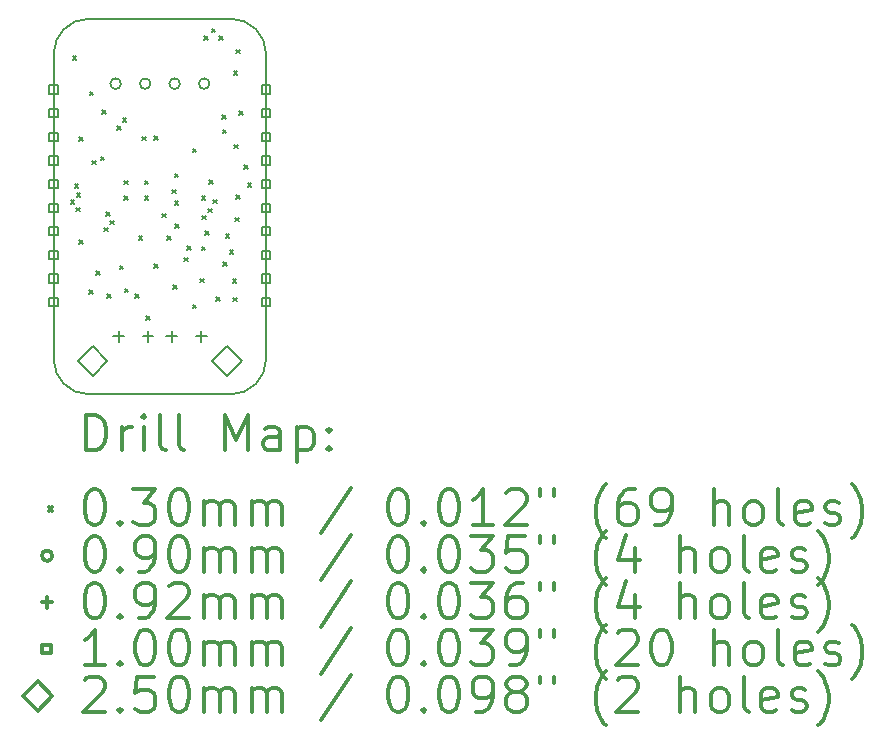
<source format=gbr>
%FSLAX45Y45*%
G04 Gerber Fmt 4.5, Leading zero omitted, Abs format (unit mm)*
G04 Created by KiCad (PCBNEW (5.1.5)-2) date 2020-02-06 19:09:14*
%MOMM*%
%LPD*%
G04 APERTURE LIST*
%TA.AperFunction,Profile*%
%ADD10C,0.200000*%
%TD*%
%ADD11C,0.200000*%
%ADD12C,0.300000*%
G04 APERTURE END LIST*
D10*
X13100000Y-8980000D02*
X13100000Y-6400000D01*
X14600000Y-9280000D02*
G75*
G03X14900000Y-8980000I0J300000D01*
G01*
X13100000Y-8980000D02*
G75*
G03X13400000Y-9280000I300000J0D01*
G01*
X14900000Y-6400000D02*
G75*
G03X14600000Y-6100000I-300000J0D01*
G01*
X13100000Y-6400000D02*
G75*
G02X13400000Y-6100000I300000J0D01*
G01*
X14900000Y-6400000D02*
X14900000Y-8980000D01*
X13400000Y-6100000D02*
X14600000Y-6100000D01*
X14600000Y-9280000D02*
X13400000Y-9280000D01*
D11*
X13245620Y-7638560D02*
X13276100Y-7669040D01*
X13276100Y-7638560D02*
X13245620Y-7669040D01*
X13260860Y-6419360D02*
X13291340Y-6449840D01*
X13291340Y-6419360D02*
X13260860Y-6449840D01*
X13278640Y-7501400D02*
X13309120Y-7531880D01*
X13309120Y-7501400D02*
X13278640Y-7531880D01*
X13293880Y-7699520D02*
X13324360Y-7730000D01*
X13324360Y-7699520D02*
X13293880Y-7730000D01*
X13296420Y-7577600D02*
X13326900Y-7608080D01*
X13326900Y-7577600D02*
X13296420Y-7608080D01*
X13314680Y-7101840D02*
X13345160Y-7132320D01*
X13345160Y-7101840D02*
X13314680Y-7132320D01*
X13317220Y-7975600D02*
X13347700Y-8006080D01*
X13347700Y-7975600D02*
X13317220Y-8006080D01*
X13403100Y-8398020D02*
X13433580Y-8428500D01*
X13433580Y-8398020D02*
X13403100Y-8428500D01*
X13405640Y-6719080D02*
X13436120Y-6749560D01*
X13436120Y-6719080D02*
X13405640Y-6749560D01*
X13426440Y-7302500D02*
X13456920Y-7332980D01*
X13456920Y-7302500D02*
X13426440Y-7332980D01*
X13458980Y-8238001D02*
X13489460Y-8268481D01*
X13489460Y-8238001D02*
X13458980Y-8268481D01*
X13497560Y-7269480D02*
X13528040Y-7299960D01*
X13528040Y-7269480D02*
X13497560Y-7299960D01*
X13512320Y-6876560D02*
X13542800Y-6907040D01*
X13542800Y-6876560D02*
X13512320Y-6907040D01*
X13528040Y-7868920D02*
X13558520Y-7899400D01*
X13558520Y-7868920D02*
X13528040Y-7899400D01*
X13543280Y-7736840D02*
X13573760Y-7767320D01*
X13573760Y-7736840D02*
X13543280Y-7767320D01*
X13555500Y-8431040D02*
X13585980Y-8461520D01*
X13585980Y-8431040D02*
X13555500Y-8461520D01*
X13578360Y-7810010D02*
X13608840Y-7840490D01*
X13608840Y-7810010D02*
X13578360Y-7840490D01*
X13637260Y-7007860D02*
X13667740Y-7038340D01*
X13667740Y-7007860D02*
X13637260Y-7038340D01*
X13660910Y-8191010D02*
X13691390Y-8221490D01*
X13691390Y-8191010D02*
X13660910Y-8221490D01*
X13685520Y-6944360D02*
X13716000Y-6974840D01*
X13716000Y-6944360D02*
X13685520Y-6974840D01*
X13699010Y-7470920D02*
X13729490Y-7501400D01*
X13729490Y-7470920D02*
X13699010Y-7501400D01*
X13699010Y-7601510D02*
X13729490Y-7631990D01*
X13729490Y-7601510D02*
X13699010Y-7631990D01*
X13702820Y-8385320D02*
X13733300Y-8415800D01*
X13733300Y-8385320D02*
X13702820Y-8415800D01*
X13791720Y-8433580D02*
X13822200Y-8464060D01*
X13822200Y-8433580D02*
X13791720Y-8464060D01*
X13819660Y-7940820D02*
X13850140Y-7971300D01*
X13850140Y-7940820D02*
X13819660Y-7971300D01*
X13852680Y-7097540D02*
X13883160Y-7128020D01*
X13883160Y-7097540D02*
X13852680Y-7128020D01*
X13871510Y-7601510D02*
X13901990Y-7631990D01*
X13901990Y-7601510D02*
X13871510Y-7631990D01*
X13873000Y-7470920D02*
X13903480Y-7501400D01*
X13903480Y-7470920D02*
X13873000Y-7501400D01*
X13885700Y-8616460D02*
X13916180Y-8646940D01*
X13916180Y-8616460D02*
X13885700Y-8646940D01*
X13951740Y-8177040D02*
X13982220Y-8207520D01*
X13982220Y-8177040D02*
X13951740Y-8207520D01*
X13951805Y-7092499D02*
X13982285Y-7122979D01*
X13982285Y-7092499D02*
X13951805Y-7122979D01*
X14020320Y-7749540D02*
X14050800Y-7780020D01*
X14050800Y-7749540D02*
X14020320Y-7780020D01*
X14060960Y-7943360D02*
X14091440Y-7973840D01*
X14091440Y-7943360D02*
X14060960Y-7973840D01*
X14104140Y-7547120D02*
X14134620Y-7577600D01*
X14134620Y-7547120D02*
X14104140Y-7577600D01*
X14114300Y-8357380D02*
X14144780Y-8387860D01*
X14144780Y-8357380D02*
X14114300Y-8387860D01*
X14127000Y-7412500D02*
X14157480Y-7442980D01*
X14157480Y-7412500D02*
X14127000Y-7442980D01*
X14127000Y-7646180D02*
X14157480Y-7676660D01*
X14157480Y-7646180D02*
X14127000Y-7676660D01*
X14129637Y-7838057D02*
X14160117Y-7868537D01*
X14160117Y-7838057D02*
X14129637Y-7868537D01*
X14208344Y-8122745D02*
X14238824Y-8153225D01*
X14238824Y-8122745D02*
X14208344Y-8153225D01*
X14232410Y-8025910D02*
X14262890Y-8056390D01*
X14262890Y-8025910D02*
X14232410Y-8056390D01*
X14276860Y-7201680D02*
X14307340Y-7232160D01*
X14307340Y-7201680D02*
X14276860Y-7232160D01*
X14279400Y-8519940D02*
X14309880Y-8550420D01*
X14309880Y-8519940D02*
X14279400Y-8550420D01*
X14340360Y-8301500D02*
X14370840Y-8331980D01*
X14370840Y-8301500D02*
X14340360Y-8331980D01*
X14353060Y-7600460D02*
X14383540Y-7630940D01*
X14383540Y-7600460D02*
X14353060Y-7630940D01*
X14355600Y-8029720D02*
X14386080Y-8060200D01*
X14386080Y-8029720D02*
X14355600Y-8060200D01*
X14358140Y-7768100D02*
X14388620Y-7798580D01*
X14388620Y-7768100D02*
X14358140Y-7798580D01*
X14376380Y-6246640D02*
X14406860Y-6277120D01*
X14406860Y-6246640D02*
X14376380Y-6277120D01*
X14384810Y-7898910D02*
X14415290Y-7929390D01*
X14415290Y-7898910D02*
X14384810Y-7929390D01*
X14410210Y-7708410D02*
X14440690Y-7738890D01*
X14440690Y-7708410D02*
X14410210Y-7738890D01*
X14419100Y-7465840D02*
X14449580Y-7496320D01*
X14449580Y-7465840D02*
X14419100Y-7496320D01*
X14439880Y-6183140D02*
X14470360Y-6213620D01*
X14470360Y-6183140D02*
X14439880Y-6213620D01*
X14449580Y-7630940D02*
X14480060Y-7661420D01*
X14480060Y-7630940D02*
X14449580Y-7661420D01*
X14474979Y-8458980D02*
X14505459Y-8489460D01*
X14505459Y-8458980D02*
X14474979Y-8489460D01*
X14503380Y-6246640D02*
X14533860Y-6277120D01*
X14533860Y-6246640D02*
X14503380Y-6277120D01*
X14528320Y-6917200D02*
X14558800Y-6947680D01*
X14558800Y-6917200D02*
X14528320Y-6947680D01*
X14531340Y-7038340D02*
X14561820Y-7068820D01*
X14561820Y-7038340D02*
X14531340Y-7068820D01*
X14534760Y-8159760D02*
X14565240Y-8190240D01*
X14565240Y-8159760D02*
X14534760Y-8190240D01*
X14558800Y-7923040D02*
X14589280Y-7953520D01*
X14589280Y-7923040D02*
X14558800Y-7953520D01*
X14592079Y-8062079D02*
X14622559Y-8092559D01*
X14622559Y-8062079D02*
X14592079Y-8092559D01*
X14617220Y-8304040D02*
X14647700Y-8334520D01*
X14647700Y-8304040D02*
X14617220Y-8334520D01*
X14619760Y-8461520D02*
X14650240Y-8492000D01*
X14650240Y-8461520D02*
X14619760Y-8492000D01*
X14624760Y-6544760D02*
X14655240Y-6575240D01*
X14655240Y-6544760D02*
X14624760Y-6575240D01*
X14629920Y-7166120D02*
X14660400Y-7196600D01*
X14660400Y-7166120D02*
X14629920Y-7196600D01*
X14639559Y-7784622D02*
X14670039Y-7815102D01*
X14670039Y-7784622D02*
X14639559Y-7815102D01*
X14645160Y-6362210D02*
X14675640Y-6392690D01*
X14675640Y-6362210D02*
X14645160Y-6392690D01*
X14645160Y-7592840D02*
X14675640Y-7623320D01*
X14675640Y-7592840D02*
X14645160Y-7623320D01*
X14670560Y-6881640D02*
X14701040Y-6912120D01*
X14701040Y-6881640D02*
X14670560Y-6912120D01*
X14716280Y-7338840D02*
X14746760Y-7369320D01*
X14746760Y-7338840D02*
X14716280Y-7369320D01*
X14744220Y-7493780D02*
X14774700Y-7524260D01*
X14774700Y-7493780D02*
X14744220Y-7524260D01*
X13670000Y-6650000D02*
G75*
G03X13670000Y-6650000I-45000J0D01*
G01*
X13920000Y-6650000D02*
G75*
G03X13920000Y-6650000I-45000J0D01*
G01*
X14170000Y-6650000D02*
G75*
G03X14170000Y-6650000I-45000J0D01*
G01*
X14420000Y-6650000D02*
G75*
G03X14420000Y-6650000I-45000J0D01*
G01*
X13650000Y-8744000D02*
X13650000Y-8836000D01*
X13604000Y-8790000D02*
X13696000Y-8790000D01*
X13900000Y-8744000D02*
X13900000Y-8836000D01*
X13854000Y-8790000D02*
X13946000Y-8790000D01*
X14100000Y-8744000D02*
X14100000Y-8836000D01*
X14054000Y-8790000D02*
X14146000Y-8790000D01*
X14350000Y-8744000D02*
X14350000Y-8836000D01*
X14304000Y-8790000D02*
X14396000Y-8790000D01*
X13135356Y-6735356D02*
X13135356Y-6664644D01*
X13064644Y-6664644D01*
X13064644Y-6735356D01*
X13135356Y-6735356D01*
X13135356Y-6935356D02*
X13135356Y-6864644D01*
X13064644Y-6864644D01*
X13064644Y-6935356D01*
X13135356Y-6935356D01*
X13135356Y-7135356D02*
X13135356Y-7064644D01*
X13064644Y-7064644D01*
X13064644Y-7135356D01*
X13135356Y-7135356D01*
X13135356Y-7335356D02*
X13135356Y-7264644D01*
X13064644Y-7264644D01*
X13064644Y-7335356D01*
X13135356Y-7335356D01*
X13135356Y-7535356D02*
X13135356Y-7464644D01*
X13064644Y-7464644D01*
X13064644Y-7535356D01*
X13135356Y-7535356D01*
X13135356Y-7735356D02*
X13135356Y-7664644D01*
X13064644Y-7664644D01*
X13064644Y-7735356D01*
X13135356Y-7735356D01*
X13135356Y-7935356D02*
X13135356Y-7864644D01*
X13064644Y-7864644D01*
X13064644Y-7935356D01*
X13135356Y-7935356D01*
X13135356Y-8135356D02*
X13135356Y-8064644D01*
X13064644Y-8064644D01*
X13064644Y-8135356D01*
X13135356Y-8135356D01*
X13135356Y-8335356D02*
X13135356Y-8264644D01*
X13064644Y-8264644D01*
X13064644Y-8335356D01*
X13135356Y-8335356D01*
X13135356Y-8535356D02*
X13135356Y-8464644D01*
X13064644Y-8464644D01*
X13064644Y-8535356D01*
X13135356Y-8535356D01*
X14935356Y-6735356D02*
X14935356Y-6664644D01*
X14864644Y-6664644D01*
X14864644Y-6735356D01*
X14935356Y-6735356D01*
X14935356Y-6935356D02*
X14935356Y-6864644D01*
X14864644Y-6864644D01*
X14864644Y-6935356D01*
X14935356Y-6935356D01*
X14935356Y-7135356D02*
X14935356Y-7064644D01*
X14864644Y-7064644D01*
X14864644Y-7135356D01*
X14935356Y-7135356D01*
X14935356Y-7335356D02*
X14935356Y-7264644D01*
X14864644Y-7264644D01*
X14864644Y-7335356D01*
X14935356Y-7335356D01*
X14935356Y-7535356D02*
X14935356Y-7464644D01*
X14864644Y-7464644D01*
X14864644Y-7535356D01*
X14935356Y-7535356D01*
X14935356Y-7735356D02*
X14935356Y-7664644D01*
X14864644Y-7664644D01*
X14864644Y-7735356D01*
X14935356Y-7735356D01*
X14935356Y-7935356D02*
X14935356Y-7864644D01*
X14864644Y-7864644D01*
X14864644Y-7935356D01*
X14935356Y-7935356D01*
X14935356Y-8135356D02*
X14935356Y-8064644D01*
X14864644Y-8064644D01*
X14864644Y-8135356D01*
X14935356Y-8135356D01*
X14935356Y-8335356D02*
X14935356Y-8264644D01*
X14864644Y-8264644D01*
X14864644Y-8335356D01*
X14935356Y-8335356D01*
X14935356Y-8535356D02*
X14935356Y-8464644D01*
X14864644Y-8464644D01*
X14864644Y-8535356D01*
X14935356Y-8535356D01*
X13430000Y-9125000D02*
X13555000Y-9000000D01*
X13430000Y-8875000D01*
X13305000Y-9000000D01*
X13430000Y-9125000D01*
X14570000Y-9125000D02*
X14695000Y-9000000D01*
X14570000Y-8875000D01*
X14445000Y-9000000D01*
X14570000Y-9125000D01*
D12*
X13376428Y-9755714D02*
X13376428Y-9455714D01*
X13447857Y-9455714D01*
X13490714Y-9470000D01*
X13519286Y-9498572D01*
X13533571Y-9527143D01*
X13547857Y-9584286D01*
X13547857Y-9627143D01*
X13533571Y-9684286D01*
X13519286Y-9712857D01*
X13490714Y-9741429D01*
X13447857Y-9755714D01*
X13376428Y-9755714D01*
X13676428Y-9755714D02*
X13676428Y-9555714D01*
X13676428Y-9612857D02*
X13690714Y-9584286D01*
X13705000Y-9570000D01*
X13733571Y-9555714D01*
X13762143Y-9555714D01*
X13862143Y-9755714D02*
X13862143Y-9555714D01*
X13862143Y-9455714D02*
X13847857Y-9470000D01*
X13862143Y-9484286D01*
X13876428Y-9470000D01*
X13862143Y-9455714D01*
X13862143Y-9484286D01*
X14047857Y-9755714D02*
X14019286Y-9741429D01*
X14005000Y-9712857D01*
X14005000Y-9455714D01*
X14205000Y-9755714D02*
X14176428Y-9741429D01*
X14162143Y-9712857D01*
X14162143Y-9455714D01*
X14547857Y-9755714D02*
X14547857Y-9455714D01*
X14647857Y-9670000D01*
X14747857Y-9455714D01*
X14747857Y-9755714D01*
X15019286Y-9755714D02*
X15019286Y-9598572D01*
X15005000Y-9570000D01*
X14976428Y-9555714D01*
X14919286Y-9555714D01*
X14890714Y-9570000D01*
X15019286Y-9741429D02*
X14990714Y-9755714D01*
X14919286Y-9755714D01*
X14890714Y-9741429D01*
X14876428Y-9712857D01*
X14876428Y-9684286D01*
X14890714Y-9655714D01*
X14919286Y-9641429D01*
X14990714Y-9641429D01*
X15019286Y-9627143D01*
X15162143Y-9555714D02*
X15162143Y-9855714D01*
X15162143Y-9570000D02*
X15190714Y-9555714D01*
X15247857Y-9555714D01*
X15276428Y-9570000D01*
X15290714Y-9584286D01*
X15305000Y-9612857D01*
X15305000Y-9698572D01*
X15290714Y-9727143D01*
X15276428Y-9741429D01*
X15247857Y-9755714D01*
X15190714Y-9755714D01*
X15162143Y-9741429D01*
X15433571Y-9727143D02*
X15447857Y-9741429D01*
X15433571Y-9755714D01*
X15419286Y-9741429D01*
X15433571Y-9727143D01*
X15433571Y-9755714D01*
X15433571Y-9570000D02*
X15447857Y-9584286D01*
X15433571Y-9598572D01*
X15419286Y-9584286D01*
X15433571Y-9570000D01*
X15433571Y-9598572D01*
X13059520Y-10234760D02*
X13090000Y-10265240D01*
X13090000Y-10234760D02*
X13059520Y-10265240D01*
X13433571Y-10085714D02*
X13462143Y-10085714D01*
X13490714Y-10100000D01*
X13505000Y-10114286D01*
X13519286Y-10142857D01*
X13533571Y-10200000D01*
X13533571Y-10271429D01*
X13519286Y-10328572D01*
X13505000Y-10357143D01*
X13490714Y-10371429D01*
X13462143Y-10385714D01*
X13433571Y-10385714D01*
X13405000Y-10371429D01*
X13390714Y-10357143D01*
X13376428Y-10328572D01*
X13362143Y-10271429D01*
X13362143Y-10200000D01*
X13376428Y-10142857D01*
X13390714Y-10114286D01*
X13405000Y-10100000D01*
X13433571Y-10085714D01*
X13662143Y-10357143D02*
X13676428Y-10371429D01*
X13662143Y-10385714D01*
X13647857Y-10371429D01*
X13662143Y-10357143D01*
X13662143Y-10385714D01*
X13776428Y-10085714D02*
X13962143Y-10085714D01*
X13862143Y-10200000D01*
X13905000Y-10200000D01*
X13933571Y-10214286D01*
X13947857Y-10228572D01*
X13962143Y-10257143D01*
X13962143Y-10328572D01*
X13947857Y-10357143D01*
X13933571Y-10371429D01*
X13905000Y-10385714D01*
X13819286Y-10385714D01*
X13790714Y-10371429D01*
X13776428Y-10357143D01*
X14147857Y-10085714D02*
X14176428Y-10085714D01*
X14205000Y-10100000D01*
X14219286Y-10114286D01*
X14233571Y-10142857D01*
X14247857Y-10200000D01*
X14247857Y-10271429D01*
X14233571Y-10328572D01*
X14219286Y-10357143D01*
X14205000Y-10371429D01*
X14176428Y-10385714D01*
X14147857Y-10385714D01*
X14119286Y-10371429D01*
X14105000Y-10357143D01*
X14090714Y-10328572D01*
X14076428Y-10271429D01*
X14076428Y-10200000D01*
X14090714Y-10142857D01*
X14105000Y-10114286D01*
X14119286Y-10100000D01*
X14147857Y-10085714D01*
X14376428Y-10385714D02*
X14376428Y-10185714D01*
X14376428Y-10214286D02*
X14390714Y-10200000D01*
X14419286Y-10185714D01*
X14462143Y-10185714D01*
X14490714Y-10200000D01*
X14505000Y-10228572D01*
X14505000Y-10385714D01*
X14505000Y-10228572D02*
X14519286Y-10200000D01*
X14547857Y-10185714D01*
X14590714Y-10185714D01*
X14619286Y-10200000D01*
X14633571Y-10228572D01*
X14633571Y-10385714D01*
X14776428Y-10385714D02*
X14776428Y-10185714D01*
X14776428Y-10214286D02*
X14790714Y-10200000D01*
X14819286Y-10185714D01*
X14862143Y-10185714D01*
X14890714Y-10200000D01*
X14905000Y-10228572D01*
X14905000Y-10385714D01*
X14905000Y-10228572D02*
X14919286Y-10200000D01*
X14947857Y-10185714D01*
X14990714Y-10185714D01*
X15019286Y-10200000D01*
X15033571Y-10228572D01*
X15033571Y-10385714D01*
X15619286Y-10071429D02*
X15362143Y-10457143D01*
X16005000Y-10085714D02*
X16033571Y-10085714D01*
X16062143Y-10100000D01*
X16076428Y-10114286D01*
X16090714Y-10142857D01*
X16105000Y-10200000D01*
X16105000Y-10271429D01*
X16090714Y-10328572D01*
X16076428Y-10357143D01*
X16062143Y-10371429D01*
X16033571Y-10385714D01*
X16005000Y-10385714D01*
X15976428Y-10371429D01*
X15962143Y-10357143D01*
X15947857Y-10328572D01*
X15933571Y-10271429D01*
X15933571Y-10200000D01*
X15947857Y-10142857D01*
X15962143Y-10114286D01*
X15976428Y-10100000D01*
X16005000Y-10085714D01*
X16233571Y-10357143D02*
X16247857Y-10371429D01*
X16233571Y-10385714D01*
X16219286Y-10371429D01*
X16233571Y-10357143D01*
X16233571Y-10385714D01*
X16433571Y-10085714D02*
X16462143Y-10085714D01*
X16490714Y-10100000D01*
X16505000Y-10114286D01*
X16519286Y-10142857D01*
X16533571Y-10200000D01*
X16533571Y-10271429D01*
X16519286Y-10328572D01*
X16505000Y-10357143D01*
X16490714Y-10371429D01*
X16462143Y-10385714D01*
X16433571Y-10385714D01*
X16405000Y-10371429D01*
X16390714Y-10357143D01*
X16376428Y-10328572D01*
X16362143Y-10271429D01*
X16362143Y-10200000D01*
X16376428Y-10142857D01*
X16390714Y-10114286D01*
X16405000Y-10100000D01*
X16433571Y-10085714D01*
X16819286Y-10385714D02*
X16647857Y-10385714D01*
X16733571Y-10385714D02*
X16733571Y-10085714D01*
X16705000Y-10128572D01*
X16676428Y-10157143D01*
X16647857Y-10171429D01*
X16933571Y-10114286D02*
X16947857Y-10100000D01*
X16976428Y-10085714D01*
X17047857Y-10085714D01*
X17076428Y-10100000D01*
X17090714Y-10114286D01*
X17105000Y-10142857D01*
X17105000Y-10171429D01*
X17090714Y-10214286D01*
X16919286Y-10385714D01*
X17105000Y-10385714D01*
X17219286Y-10085714D02*
X17219286Y-10142857D01*
X17333571Y-10085714D02*
X17333571Y-10142857D01*
X17776428Y-10500000D02*
X17762143Y-10485714D01*
X17733571Y-10442857D01*
X17719286Y-10414286D01*
X17705000Y-10371429D01*
X17690714Y-10300000D01*
X17690714Y-10242857D01*
X17705000Y-10171429D01*
X17719286Y-10128572D01*
X17733571Y-10100000D01*
X17762143Y-10057143D01*
X17776428Y-10042857D01*
X18019286Y-10085714D02*
X17962143Y-10085714D01*
X17933571Y-10100000D01*
X17919286Y-10114286D01*
X17890714Y-10157143D01*
X17876428Y-10214286D01*
X17876428Y-10328572D01*
X17890714Y-10357143D01*
X17905000Y-10371429D01*
X17933571Y-10385714D01*
X17990714Y-10385714D01*
X18019286Y-10371429D01*
X18033571Y-10357143D01*
X18047857Y-10328572D01*
X18047857Y-10257143D01*
X18033571Y-10228572D01*
X18019286Y-10214286D01*
X17990714Y-10200000D01*
X17933571Y-10200000D01*
X17905000Y-10214286D01*
X17890714Y-10228572D01*
X17876428Y-10257143D01*
X18190714Y-10385714D02*
X18247857Y-10385714D01*
X18276428Y-10371429D01*
X18290714Y-10357143D01*
X18319286Y-10314286D01*
X18333571Y-10257143D01*
X18333571Y-10142857D01*
X18319286Y-10114286D01*
X18305000Y-10100000D01*
X18276428Y-10085714D01*
X18219286Y-10085714D01*
X18190714Y-10100000D01*
X18176428Y-10114286D01*
X18162143Y-10142857D01*
X18162143Y-10214286D01*
X18176428Y-10242857D01*
X18190714Y-10257143D01*
X18219286Y-10271429D01*
X18276428Y-10271429D01*
X18305000Y-10257143D01*
X18319286Y-10242857D01*
X18333571Y-10214286D01*
X18690714Y-10385714D02*
X18690714Y-10085714D01*
X18819286Y-10385714D02*
X18819286Y-10228572D01*
X18805000Y-10200000D01*
X18776428Y-10185714D01*
X18733571Y-10185714D01*
X18705000Y-10200000D01*
X18690714Y-10214286D01*
X19005000Y-10385714D02*
X18976428Y-10371429D01*
X18962143Y-10357143D01*
X18947857Y-10328572D01*
X18947857Y-10242857D01*
X18962143Y-10214286D01*
X18976428Y-10200000D01*
X19005000Y-10185714D01*
X19047857Y-10185714D01*
X19076428Y-10200000D01*
X19090714Y-10214286D01*
X19105000Y-10242857D01*
X19105000Y-10328572D01*
X19090714Y-10357143D01*
X19076428Y-10371429D01*
X19047857Y-10385714D01*
X19005000Y-10385714D01*
X19276428Y-10385714D02*
X19247857Y-10371429D01*
X19233571Y-10342857D01*
X19233571Y-10085714D01*
X19505000Y-10371429D02*
X19476428Y-10385714D01*
X19419286Y-10385714D01*
X19390714Y-10371429D01*
X19376428Y-10342857D01*
X19376428Y-10228572D01*
X19390714Y-10200000D01*
X19419286Y-10185714D01*
X19476428Y-10185714D01*
X19505000Y-10200000D01*
X19519286Y-10228572D01*
X19519286Y-10257143D01*
X19376428Y-10285714D01*
X19633571Y-10371429D02*
X19662143Y-10385714D01*
X19719286Y-10385714D01*
X19747857Y-10371429D01*
X19762143Y-10342857D01*
X19762143Y-10328572D01*
X19747857Y-10300000D01*
X19719286Y-10285714D01*
X19676428Y-10285714D01*
X19647857Y-10271429D01*
X19633571Y-10242857D01*
X19633571Y-10228572D01*
X19647857Y-10200000D01*
X19676428Y-10185714D01*
X19719286Y-10185714D01*
X19747857Y-10200000D01*
X19862143Y-10500000D02*
X19876428Y-10485714D01*
X19905000Y-10442857D01*
X19919286Y-10414286D01*
X19933571Y-10371429D01*
X19947857Y-10300000D01*
X19947857Y-10242857D01*
X19933571Y-10171429D01*
X19919286Y-10128572D01*
X19905000Y-10100000D01*
X19876428Y-10057143D01*
X19862143Y-10042857D01*
X13090000Y-10646000D02*
G75*
G03X13090000Y-10646000I-45000J0D01*
G01*
X13433571Y-10481714D02*
X13462143Y-10481714D01*
X13490714Y-10496000D01*
X13505000Y-10510286D01*
X13519286Y-10538857D01*
X13533571Y-10596000D01*
X13533571Y-10667429D01*
X13519286Y-10724572D01*
X13505000Y-10753143D01*
X13490714Y-10767429D01*
X13462143Y-10781714D01*
X13433571Y-10781714D01*
X13405000Y-10767429D01*
X13390714Y-10753143D01*
X13376428Y-10724572D01*
X13362143Y-10667429D01*
X13362143Y-10596000D01*
X13376428Y-10538857D01*
X13390714Y-10510286D01*
X13405000Y-10496000D01*
X13433571Y-10481714D01*
X13662143Y-10753143D02*
X13676428Y-10767429D01*
X13662143Y-10781714D01*
X13647857Y-10767429D01*
X13662143Y-10753143D01*
X13662143Y-10781714D01*
X13819286Y-10781714D02*
X13876428Y-10781714D01*
X13905000Y-10767429D01*
X13919286Y-10753143D01*
X13947857Y-10710286D01*
X13962143Y-10653143D01*
X13962143Y-10538857D01*
X13947857Y-10510286D01*
X13933571Y-10496000D01*
X13905000Y-10481714D01*
X13847857Y-10481714D01*
X13819286Y-10496000D01*
X13805000Y-10510286D01*
X13790714Y-10538857D01*
X13790714Y-10610286D01*
X13805000Y-10638857D01*
X13819286Y-10653143D01*
X13847857Y-10667429D01*
X13905000Y-10667429D01*
X13933571Y-10653143D01*
X13947857Y-10638857D01*
X13962143Y-10610286D01*
X14147857Y-10481714D02*
X14176428Y-10481714D01*
X14205000Y-10496000D01*
X14219286Y-10510286D01*
X14233571Y-10538857D01*
X14247857Y-10596000D01*
X14247857Y-10667429D01*
X14233571Y-10724572D01*
X14219286Y-10753143D01*
X14205000Y-10767429D01*
X14176428Y-10781714D01*
X14147857Y-10781714D01*
X14119286Y-10767429D01*
X14105000Y-10753143D01*
X14090714Y-10724572D01*
X14076428Y-10667429D01*
X14076428Y-10596000D01*
X14090714Y-10538857D01*
X14105000Y-10510286D01*
X14119286Y-10496000D01*
X14147857Y-10481714D01*
X14376428Y-10781714D02*
X14376428Y-10581714D01*
X14376428Y-10610286D02*
X14390714Y-10596000D01*
X14419286Y-10581714D01*
X14462143Y-10581714D01*
X14490714Y-10596000D01*
X14505000Y-10624572D01*
X14505000Y-10781714D01*
X14505000Y-10624572D02*
X14519286Y-10596000D01*
X14547857Y-10581714D01*
X14590714Y-10581714D01*
X14619286Y-10596000D01*
X14633571Y-10624572D01*
X14633571Y-10781714D01*
X14776428Y-10781714D02*
X14776428Y-10581714D01*
X14776428Y-10610286D02*
X14790714Y-10596000D01*
X14819286Y-10581714D01*
X14862143Y-10581714D01*
X14890714Y-10596000D01*
X14905000Y-10624572D01*
X14905000Y-10781714D01*
X14905000Y-10624572D02*
X14919286Y-10596000D01*
X14947857Y-10581714D01*
X14990714Y-10581714D01*
X15019286Y-10596000D01*
X15033571Y-10624572D01*
X15033571Y-10781714D01*
X15619286Y-10467429D02*
X15362143Y-10853143D01*
X16005000Y-10481714D02*
X16033571Y-10481714D01*
X16062143Y-10496000D01*
X16076428Y-10510286D01*
X16090714Y-10538857D01*
X16105000Y-10596000D01*
X16105000Y-10667429D01*
X16090714Y-10724572D01*
X16076428Y-10753143D01*
X16062143Y-10767429D01*
X16033571Y-10781714D01*
X16005000Y-10781714D01*
X15976428Y-10767429D01*
X15962143Y-10753143D01*
X15947857Y-10724572D01*
X15933571Y-10667429D01*
X15933571Y-10596000D01*
X15947857Y-10538857D01*
X15962143Y-10510286D01*
X15976428Y-10496000D01*
X16005000Y-10481714D01*
X16233571Y-10753143D02*
X16247857Y-10767429D01*
X16233571Y-10781714D01*
X16219286Y-10767429D01*
X16233571Y-10753143D01*
X16233571Y-10781714D01*
X16433571Y-10481714D02*
X16462143Y-10481714D01*
X16490714Y-10496000D01*
X16505000Y-10510286D01*
X16519286Y-10538857D01*
X16533571Y-10596000D01*
X16533571Y-10667429D01*
X16519286Y-10724572D01*
X16505000Y-10753143D01*
X16490714Y-10767429D01*
X16462143Y-10781714D01*
X16433571Y-10781714D01*
X16405000Y-10767429D01*
X16390714Y-10753143D01*
X16376428Y-10724572D01*
X16362143Y-10667429D01*
X16362143Y-10596000D01*
X16376428Y-10538857D01*
X16390714Y-10510286D01*
X16405000Y-10496000D01*
X16433571Y-10481714D01*
X16633571Y-10481714D02*
X16819286Y-10481714D01*
X16719286Y-10596000D01*
X16762143Y-10596000D01*
X16790714Y-10610286D01*
X16805000Y-10624572D01*
X16819286Y-10653143D01*
X16819286Y-10724572D01*
X16805000Y-10753143D01*
X16790714Y-10767429D01*
X16762143Y-10781714D01*
X16676428Y-10781714D01*
X16647857Y-10767429D01*
X16633571Y-10753143D01*
X17090714Y-10481714D02*
X16947857Y-10481714D01*
X16933571Y-10624572D01*
X16947857Y-10610286D01*
X16976428Y-10596000D01*
X17047857Y-10596000D01*
X17076428Y-10610286D01*
X17090714Y-10624572D01*
X17105000Y-10653143D01*
X17105000Y-10724572D01*
X17090714Y-10753143D01*
X17076428Y-10767429D01*
X17047857Y-10781714D01*
X16976428Y-10781714D01*
X16947857Y-10767429D01*
X16933571Y-10753143D01*
X17219286Y-10481714D02*
X17219286Y-10538857D01*
X17333571Y-10481714D02*
X17333571Y-10538857D01*
X17776428Y-10896000D02*
X17762143Y-10881714D01*
X17733571Y-10838857D01*
X17719286Y-10810286D01*
X17705000Y-10767429D01*
X17690714Y-10696000D01*
X17690714Y-10638857D01*
X17705000Y-10567429D01*
X17719286Y-10524572D01*
X17733571Y-10496000D01*
X17762143Y-10453143D01*
X17776428Y-10438857D01*
X18019286Y-10581714D02*
X18019286Y-10781714D01*
X17947857Y-10467429D02*
X17876428Y-10681714D01*
X18062143Y-10681714D01*
X18405000Y-10781714D02*
X18405000Y-10481714D01*
X18533571Y-10781714D02*
X18533571Y-10624572D01*
X18519286Y-10596000D01*
X18490714Y-10581714D01*
X18447857Y-10581714D01*
X18419286Y-10596000D01*
X18405000Y-10610286D01*
X18719286Y-10781714D02*
X18690714Y-10767429D01*
X18676428Y-10753143D01*
X18662143Y-10724572D01*
X18662143Y-10638857D01*
X18676428Y-10610286D01*
X18690714Y-10596000D01*
X18719286Y-10581714D01*
X18762143Y-10581714D01*
X18790714Y-10596000D01*
X18805000Y-10610286D01*
X18819286Y-10638857D01*
X18819286Y-10724572D01*
X18805000Y-10753143D01*
X18790714Y-10767429D01*
X18762143Y-10781714D01*
X18719286Y-10781714D01*
X18990714Y-10781714D02*
X18962143Y-10767429D01*
X18947857Y-10738857D01*
X18947857Y-10481714D01*
X19219286Y-10767429D02*
X19190714Y-10781714D01*
X19133571Y-10781714D01*
X19105000Y-10767429D01*
X19090714Y-10738857D01*
X19090714Y-10624572D01*
X19105000Y-10596000D01*
X19133571Y-10581714D01*
X19190714Y-10581714D01*
X19219286Y-10596000D01*
X19233571Y-10624572D01*
X19233571Y-10653143D01*
X19090714Y-10681714D01*
X19347857Y-10767429D02*
X19376428Y-10781714D01*
X19433571Y-10781714D01*
X19462143Y-10767429D01*
X19476428Y-10738857D01*
X19476428Y-10724572D01*
X19462143Y-10696000D01*
X19433571Y-10681714D01*
X19390714Y-10681714D01*
X19362143Y-10667429D01*
X19347857Y-10638857D01*
X19347857Y-10624572D01*
X19362143Y-10596000D01*
X19390714Y-10581714D01*
X19433571Y-10581714D01*
X19462143Y-10596000D01*
X19576428Y-10896000D02*
X19590714Y-10881714D01*
X19619286Y-10838857D01*
X19633571Y-10810286D01*
X19647857Y-10767429D01*
X19662143Y-10696000D01*
X19662143Y-10638857D01*
X19647857Y-10567429D01*
X19633571Y-10524572D01*
X19619286Y-10496000D01*
X19590714Y-10453143D01*
X19576428Y-10438857D01*
X13044000Y-10996000D02*
X13044000Y-11088000D01*
X12998000Y-11042000D02*
X13090000Y-11042000D01*
X13433571Y-10877714D02*
X13462143Y-10877714D01*
X13490714Y-10892000D01*
X13505000Y-10906286D01*
X13519286Y-10934857D01*
X13533571Y-10992000D01*
X13533571Y-11063429D01*
X13519286Y-11120572D01*
X13505000Y-11149143D01*
X13490714Y-11163429D01*
X13462143Y-11177714D01*
X13433571Y-11177714D01*
X13405000Y-11163429D01*
X13390714Y-11149143D01*
X13376428Y-11120572D01*
X13362143Y-11063429D01*
X13362143Y-10992000D01*
X13376428Y-10934857D01*
X13390714Y-10906286D01*
X13405000Y-10892000D01*
X13433571Y-10877714D01*
X13662143Y-11149143D02*
X13676428Y-11163429D01*
X13662143Y-11177714D01*
X13647857Y-11163429D01*
X13662143Y-11149143D01*
X13662143Y-11177714D01*
X13819286Y-11177714D02*
X13876428Y-11177714D01*
X13905000Y-11163429D01*
X13919286Y-11149143D01*
X13947857Y-11106286D01*
X13962143Y-11049143D01*
X13962143Y-10934857D01*
X13947857Y-10906286D01*
X13933571Y-10892000D01*
X13905000Y-10877714D01*
X13847857Y-10877714D01*
X13819286Y-10892000D01*
X13805000Y-10906286D01*
X13790714Y-10934857D01*
X13790714Y-11006286D01*
X13805000Y-11034857D01*
X13819286Y-11049143D01*
X13847857Y-11063429D01*
X13905000Y-11063429D01*
X13933571Y-11049143D01*
X13947857Y-11034857D01*
X13962143Y-11006286D01*
X14076428Y-10906286D02*
X14090714Y-10892000D01*
X14119286Y-10877714D01*
X14190714Y-10877714D01*
X14219286Y-10892000D01*
X14233571Y-10906286D01*
X14247857Y-10934857D01*
X14247857Y-10963429D01*
X14233571Y-11006286D01*
X14062143Y-11177714D01*
X14247857Y-11177714D01*
X14376428Y-11177714D02*
X14376428Y-10977714D01*
X14376428Y-11006286D02*
X14390714Y-10992000D01*
X14419286Y-10977714D01*
X14462143Y-10977714D01*
X14490714Y-10992000D01*
X14505000Y-11020572D01*
X14505000Y-11177714D01*
X14505000Y-11020572D02*
X14519286Y-10992000D01*
X14547857Y-10977714D01*
X14590714Y-10977714D01*
X14619286Y-10992000D01*
X14633571Y-11020572D01*
X14633571Y-11177714D01*
X14776428Y-11177714D02*
X14776428Y-10977714D01*
X14776428Y-11006286D02*
X14790714Y-10992000D01*
X14819286Y-10977714D01*
X14862143Y-10977714D01*
X14890714Y-10992000D01*
X14905000Y-11020572D01*
X14905000Y-11177714D01*
X14905000Y-11020572D02*
X14919286Y-10992000D01*
X14947857Y-10977714D01*
X14990714Y-10977714D01*
X15019286Y-10992000D01*
X15033571Y-11020572D01*
X15033571Y-11177714D01*
X15619286Y-10863429D02*
X15362143Y-11249143D01*
X16005000Y-10877714D02*
X16033571Y-10877714D01*
X16062143Y-10892000D01*
X16076428Y-10906286D01*
X16090714Y-10934857D01*
X16105000Y-10992000D01*
X16105000Y-11063429D01*
X16090714Y-11120572D01*
X16076428Y-11149143D01*
X16062143Y-11163429D01*
X16033571Y-11177714D01*
X16005000Y-11177714D01*
X15976428Y-11163429D01*
X15962143Y-11149143D01*
X15947857Y-11120572D01*
X15933571Y-11063429D01*
X15933571Y-10992000D01*
X15947857Y-10934857D01*
X15962143Y-10906286D01*
X15976428Y-10892000D01*
X16005000Y-10877714D01*
X16233571Y-11149143D02*
X16247857Y-11163429D01*
X16233571Y-11177714D01*
X16219286Y-11163429D01*
X16233571Y-11149143D01*
X16233571Y-11177714D01*
X16433571Y-10877714D02*
X16462143Y-10877714D01*
X16490714Y-10892000D01*
X16505000Y-10906286D01*
X16519286Y-10934857D01*
X16533571Y-10992000D01*
X16533571Y-11063429D01*
X16519286Y-11120572D01*
X16505000Y-11149143D01*
X16490714Y-11163429D01*
X16462143Y-11177714D01*
X16433571Y-11177714D01*
X16405000Y-11163429D01*
X16390714Y-11149143D01*
X16376428Y-11120572D01*
X16362143Y-11063429D01*
X16362143Y-10992000D01*
X16376428Y-10934857D01*
X16390714Y-10906286D01*
X16405000Y-10892000D01*
X16433571Y-10877714D01*
X16633571Y-10877714D02*
X16819286Y-10877714D01*
X16719286Y-10992000D01*
X16762143Y-10992000D01*
X16790714Y-11006286D01*
X16805000Y-11020572D01*
X16819286Y-11049143D01*
X16819286Y-11120572D01*
X16805000Y-11149143D01*
X16790714Y-11163429D01*
X16762143Y-11177714D01*
X16676428Y-11177714D01*
X16647857Y-11163429D01*
X16633571Y-11149143D01*
X17076428Y-10877714D02*
X17019286Y-10877714D01*
X16990714Y-10892000D01*
X16976428Y-10906286D01*
X16947857Y-10949143D01*
X16933571Y-11006286D01*
X16933571Y-11120572D01*
X16947857Y-11149143D01*
X16962143Y-11163429D01*
X16990714Y-11177714D01*
X17047857Y-11177714D01*
X17076428Y-11163429D01*
X17090714Y-11149143D01*
X17105000Y-11120572D01*
X17105000Y-11049143D01*
X17090714Y-11020572D01*
X17076428Y-11006286D01*
X17047857Y-10992000D01*
X16990714Y-10992000D01*
X16962143Y-11006286D01*
X16947857Y-11020572D01*
X16933571Y-11049143D01*
X17219286Y-10877714D02*
X17219286Y-10934857D01*
X17333571Y-10877714D02*
X17333571Y-10934857D01*
X17776428Y-11292000D02*
X17762143Y-11277714D01*
X17733571Y-11234857D01*
X17719286Y-11206286D01*
X17705000Y-11163429D01*
X17690714Y-11092000D01*
X17690714Y-11034857D01*
X17705000Y-10963429D01*
X17719286Y-10920572D01*
X17733571Y-10892000D01*
X17762143Y-10849143D01*
X17776428Y-10834857D01*
X18019286Y-10977714D02*
X18019286Y-11177714D01*
X17947857Y-10863429D02*
X17876428Y-11077714D01*
X18062143Y-11077714D01*
X18405000Y-11177714D02*
X18405000Y-10877714D01*
X18533571Y-11177714D02*
X18533571Y-11020572D01*
X18519286Y-10992000D01*
X18490714Y-10977714D01*
X18447857Y-10977714D01*
X18419286Y-10992000D01*
X18405000Y-11006286D01*
X18719286Y-11177714D02*
X18690714Y-11163429D01*
X18676428Y-11149143D01*
X18662143Y-11120572D01*
X18662143Y-11034857D01*
X18676428Y-11006286D01*
X18690714Y-10992000D01*
X18719286Y-10977714D01*
X18762143Y-10977714D01*
X18790714Y-10992000D01*
X18805000Y-11006286D01*
X18819286Y-11034857D01*
X18819286Y-11120572D01*
X18805000Y-11149143D01*
X18790714Y-11163429D01*
X18762143Y-11177714D01*
X18719286Y-11177714D01*
X18990714Y-11177714D02*
X18962143Y-11163429D01*
X18947857Y-11134857D01*
X18947857Y-10877714D01*
X19219286Y-11163429D02*
X19190714Y-11177714D01*
X19133571Y-11177714D01*
X19105000Y-11163429D01*
X19090714Y-11134857D01*
X19090714Y-11020572D01*
X19105000Y-10992000D01*
X19133571Y-10977714D01*
X19190714Y-10977714D01*
X19219286Y-10992000D01*
X19233571Y-11020572D01*
X19233571Y-11049143D01*
X19090714Y-11077714D01*
X19347857Y-11163429D02*
X19376428Y-11177714D01*
X19433571Y-11177714D01*
X19462143Y-11163429D01*
X19476428Y-11134857D01*
X19476428Y-11120572D01*
X19462143Y-11092000D01*
X19433571Y-11077714D01*
X19390714Y-11077714D01*
X19362143Y-11063429D01*
X19347857Y-11034857D01*
X19347857Y-11020572D01*
X19362143Y-10992000D01*
X19390714Y-10977714D01*
X19433571Y-10977714D01*
X19462143Y-10992000D01*
X19576428Y-11292000D02*
X19590714Y-11277714D01*
X19619286Y-11234857D01*
X19633571Y-11206286D01*
X19647857Y-11163429D01*
X19662143Y-11092000D01*
X19662143Y-11034857D01*
X19647857Y-10963429D01*
X19633571Y-10920572D01*
X19619286Y-10892000D01*
X19590714Y-10849143D01*
X19576428Y-10834857D01*
X13075356Y-11473356D02*
X13075356Y-11402644D01*
X13004644Y-11402644D01*
X13004644Y-11473356D01*
X13075356Y-11473356D01*
X13533571Y-11573714D02*
X13362143Y-11573714D01*
X13447857Y-11573714D02*
X13447857Y-11273714D01*
X13419286Y-11316571D01*
X13390714Y-11345143D01*
X13362143Y-11359429D01*
X13662143Y-11545143D02*
X13676428Y-11559429D01*
X13662143Y-11573714D01*
X13647857Y-11559429D01*
X13662143Y-11545143D01*
X13662143Y-11573714D01*
X13862143Y-11273714D02*
X13890714Y-11273714D01*
X13919286Y-11288000D01*
X13933571Y-11302286D01*
X13947857Y-11330857D01*
X13962143Y-11388000D01*
X13962143Y-11459429D01*
X13947857Y-11516571D01*
X13933571Y-11545143D01*
X13919286Y-11559429D01*
X13890714Y-11573714D01*
X13862143Y-11573714D01*
X13833571Y-11559429D01*
X13819286Y-11545143D01*
X13805000Y-11516571D01*
X13790714Y-11459429D01*
X13790714Y-11388000D01*
X13805000Y-11330857D01*
X13819286Y-11302286D01*
X13833571Y-11288000D01*
X13862143Y-11273714D01*
X14147857Y-11273714D02*
X14176428Y-11273714D01*
X14205000Y-11288000D01*
X14219286Y-11302286D01*
X14233571Y-11330857D01*
X14247857Y-11388000D01*
X14247857Y-11459429D01*
X14233571Y-11516571D01*
X14219286Y-11545143D01*
X14205000Y-11559429D01*
X14176428Y-11573714D01*
X14147857Y-11573714D01*
X14119286Y-11559429D01*
X14105000Y-11545143D01*
X14090714Y-11516571D01*
X14076428Y-11459429D01*
X14076428Y-11388000D01*
X14090714Y-11330857D01*
X14105000Y-11302286D01*
X14119286Y-11288000D01*
X14147857Y-11273714D01*
X14376428Y-11573714D02*
X14376428Y-11373714D01*
X14376428Y-11402286D02*
X14390714Y-11388000D01*
X14419286Y-11373714D01*
X14462143Y-11373714D01*
X14490714Y-11388000D01*
X14505000Y-11416571D01*
X14505000Y-11573714D01*
X14505000Y-11416571D02*
X14519286Y-11388000D01*
X14547857Y-11373714D01*
X14590714Y-11373714D01*
X14619286Y-11388000D01*
X14633571Y-11416571D01*
X14633571Y-11573714D01*
X14776428Y-11573714D02*
X14776428Y-11373714D01*
X14776428Y-11402286D02*
X14790714Y-11388000D01*
X14819286Y-11373714D01*
X14862143Y-11373714D01*
X14890714Y-11388000D01*
X14905000Y-11416571D01*
X14905000Y-11573714D01*
X14905000Y-11416571D02*
X14919286Y-11388000D01*
X14947857Y-11373714D01*
X14990714Y-11373714D01*
X15019286Y-11388000D01*
X15033571Y-11416571D01*
X15033571Y-11573714D01*
X15619286Y-11259429D02*
X15362143Y-11645143D01*
X16005000Y-11273714D02*
X16033571Y-11273714D01*
X16062143Y-11288000D01*
X16076428Y-11302286D01*
X16090714Y-11330857D01*
X16105000Y-11388000D01*
X16105000Y-11459429D01*
X16090714Y-11516571D01*
X16076428Y-11545143D01*
X16062143Y-11559429D01*
X16033571Y-11573714D01*
X16005000Y-11573714D01*
X15976428Y-11559429D01*
X15962143Y-11545143D01*
X15947857Y-11516571D01*
X15933571Y-11459429D01*
X15933571Y-11388000D01*
X15947857Y-11330857D01*
X15962143Y-11302286D01*
X15976428Y-11288000D01*
X16005000Y-11273714D01*
X16233571Y-11545143D02*
X16247857Y-11559429D01*
X16233571Y-11573714D01*
X16219286Y-11559429D01*
X16233571Y-11545143D01*
X16233571Y-11573714D01*
X16433571Y-11273714D02*
X16462143Y-11273714D01*
X16490714Y-11288000D01*
X16505000Y-11302286D01*
X16519286Y-11330857D01*
X16533571Y-11388000D01*
X16533571Y-11459429D01*
X16519286Y-11516571D01*
X16505000Y-11545143D01*
X16490714Y-11559429D01*
X16462143Y-11573714D01*
X16433571Y-11573714D01*
X16405000Y-11559429D01*
X16390714Y-11545143D01*
X16376428Y-11516571D01*
X16362143Y-11459429D01*
X16362143Y-11388000D01*
X16376428Y-11330857D01*
X16390714Y-11302286D01*
X16405000Y-11288000D01*
X16433571Y-11273714D01*
X16633571Y-11273714D02*
X16819286Y-11273714D01*
X16719286Y-11388000D01*
X16762143Y-11388000D01*
X16790714Y-11402286D01*
X16805000Y-11416571D01*
X16819286Y-11445143D01*
X16819286Y-11516571D01*
X16805000Y-11545143D01*
X16790714Y-11559429D01*
X16762143Y-11573714D01*
X16676428Y-11573714D01*
X16647857Y-11559429D01*
X16633571Y-11545143D01*
X16962143Y-11573714D02*
X17019286Y-11573714D01*
X17047857Y-11559429D01*
X17062143Y-11545143D01*
X17090714Y-11502286D01*
X17105000Y-11445143D01*
X17105000Y-11330857D01*
X17090714Y-11302286D01*
X17076428Y-11288000D01*
X17047857Y-11273714D01*
X16990714Y-11273714D01*
X16962143Y-11288000D01*
X16947857Y-11302286D01*
X16933571Y-11330857D01*
X16933571Y-11402286D01*
X16947857Y-11430857D01*
X16962143Y-11445143D01*
X16990714Y-11459429D01*
X17047857Y-11459429D01*
X17076428Y-11445143D01*
X17090714Y-11430857D01*
X17105000Y-11402286D01*
X17219286Y-11273714D02*
X17219286Y-11330857D01*
X17333571Y-11273714D02*
X17333571Y-11330857D01*
X17776428Y-11688000D02*
X17762143Y-11673714D01*
X17733571Y-11630857D01*
X17719286Y-11602286D01*
X17705000Y-11559429D01*
X17690714Y-11488000D01*
X17690714Y-11430857D01*
X17705000Y-11359429D01*
X17719286Y-11316571D01*
X17733571Y-11288000D01*
X17762143Y-11245143D01*
X17776428Y-11230857D01*
X17876428Y-11302286D02*
X17890714Y-11288000D01*
X17919286Y-11273714D01*
X17990714Y-11273714D01*
X18019286Y-11288000D01*
X18033571Y-11302286D01*
X18047857Y-11330857D01*
X18047857Y-11359429D01*
X18033571Y-11402286D01*
X17862143Y-11573714D01*
X18047857Y-11573714D01*
X18233571Y-11273714D02*
X18262143Y-11273714D01*
X18290714Y-11288000D01*
X18305000Y-11302286D01*
X18319286Y-11330857D01*
X18333571Y-11388000D01*
X18333571Y-11459429D01*
X18319286Y-11516571D01*
X18305000Y-11545143D01*
X18290714Y-11559429D01*
X18262143Y-11573714D01*
X18233571Y-11573714D01*
X18205000Y-11559429D01*
X18190714Y-11545143D01*
X18176428Y-11516571D01*
X18162143Y-11459429D01*
X18162143Y-11388000D01*
X18176428Y-11330857D01*
X18190714Y-11302286D01*
X18205000Y-11288000D01*
X18233571Y-11273714D01*
X18690714Y-11573714D02*
X18690714Y-11273714D01*
X18819286Y-11573714D02*
X18819286Y-11416571D01*
X18805000Y-11388000D01*
X18776428Y-11373714D01*
X18733571Y-11373714D01*
X18705000Y-11388000D01*
X18690714Y-11402286D01*
X19005000Y-11573714D02*
X18976428Y-11559429D01*
X18962143Y-11545143D01*
X18947857Y-11516571D01*
X18947857Y-11430857D01*
X18962143Y-11402286D01*
X18976428Y-11388000D01*
X19005000Y-11373714D01*
X19047857Y-11373714D01*
X19076428Y-11388000D01*
X19090714Y-11402286D01*
X19105000Y-11430857D01*
X19105000Y-11516571D01*
X19090714Y-11545143D01*
X19076428Y-11559429D01*
X19047857Y-11573714D01*
X19005000Y-11573714D01*
X19276428Y-11573714D02*
X19247857Y-11559429D01*
X19233571Y-11530857D01*
X19233571Y-11273714D01*
X19505000Y-11559429D02*
X19476428Y-11573714D01*
X19419286Y-11573714D01*
X19390714Y-11559429D01*
X19376428Y-11530857D01*
X19376428Y-11416571D01*
X19390714Y-11388000D01*
X19419286Y-11373714D01*
X19476428Y-11373714D01*
X19505000Y-11388000D01*
X19519286Y-11416571D01*
X19519286Y-11445143D01*
X19376428Y-11473714D01*
X19633571Y-11559429D02*
X19662143Y-11573714D01*
X19719286Y-11573714D01*
X19747857Y-11559429D01*
X19762143Y-11530857D01*
X19762143Y-11516571D01*
X19747857Y-11488000D01*
X19719286Y-11473714D01*
X19676428Y-11473714D01*
X19647857Y-11459429D01*
X19633571Y-11430857D01*
X19633571Y-11416571D01*
X19647857Y-11388000D01*
X19676428Y-11373714D01*
X19719286Y-11373714D01*
X19747857Y-11388000D01*
X19862143Y-11688000D02*
X19876428Y-11673714D01*
X19905000Y-11630857D01*
X19919286Y-11602286D01*
X19933571Y-11559429D01*
X19947857Y-11488000D01*
X19947857Y-11430857D01*
X19933571Y-11359429D01*
X19919286Y-11316571D01*
X19905000Y-11288000D01*
X19876428Y-11245143D01*
X19862143Y-11230857D01*
X12965000Y-11959000D02*
X13090000Y-11834000D01*
X12965000Y-11709000D01*
X12840000Y-11834000D01*
X12965000Y-11959000D01*
X13362143Y-11698286D02*
X13376428Y-11684000D01*
X13405000Y-11669714D01*
X13476428Y-11669714D01*
X13505000Y-11684000D01*
X13519286Y-11698286D01*
X13533571Y-11726857D01*
X13533571Y-11755429D01*
X13519286Y-11798286D01*
X13347857Y-11969714D01*
X13533571Y-11969714D01*
X13662143Y-11941143D02*
X13676428Y-11955429D01*
X13662143Y-11969714D01*
X13647857Y-11955429D01*
X13662143Y-11941143D01*
X13662143Y-11969714D01*
X13947857Y-11669714D02*
X13805000Y-11669714D01*
X13790714Y-11812571D01*
X13805000Y-11798286D01*
X13833571Y-11784000D01*
X13905000Y-11784000D01*
X13933571Y-11798286D01*
X13947857Y-11812571D01*
X13962143Y-11841143D01*
X13962143Y-11912571D01*
X13947857Y-11941143D01*
X13933571Y-11955429D01*
X13905000Y-11969714D01*
X13833571Y-11969714D01*
X13805000Y-11955429D01*
X13790714Y-11941143D01*
X14147857Y-11669714D02*
X14176428Y-11669714D01*
X14205000Y-11684000D01*
X14219286Y-11698286D01*
X14233571Y-11726857D01*
X14247857Y-11784000D01*
X14247857Y-11855429D01*
X14233571Y-11912571D01*
X14219286Y-11941143D01*
X14205000Y-11955429D01*
X14176428Y-11969714D01*
X14147857Y-11969714D01*
X14119286Y-11955429D01*
X14105000Y-11941143D01*
X14090714Y-11912571D01*
X14076428Y-11855429D01*
X14076428Y-11784000D01*
X14090714Y-11726857D01*
X14105000Y-11698286D01*
X14119286Y-11684000D01*
X14147857Y-11669714D01*
X14376428Y-11969714D02*
X14376428Y-11769714D01*
X14376428Y-11798286D02*
X14390714Y-11784000D01*
X14419286Y-11769714D01*
X14462143Y-11769714D01*
X14490714Y-11784000D01*
X14505000Y-11812571D01*
X14505000Y-11969714D01*
X14505000Y-11812571D02*
X14519286Y-11784000D01*
X14547857Y-11769714D01*
X14590714Y-11769714D01*
X14619286Y-11784000D01*
X14633571Y-11812571D01*
X14633571Y-11969714D01*
X14776428Y-11969714D02*
X14776428Y-11769714D01*
X14776428Y-11798286D02*
X14790714Y-11784000D01*
X14819286Y-11769714D01*
X14862143Y-11769714D01*
X14890714Y-11784000D01*
X14905000Y-11812571D01*
X14905000Y-11969714D01*
X14905000Y-11812571D02*
X14919286Y-11784000D01*
X14947857Y-11769714D01*
X14990714Y-11769714D01*
X15019286Y-11784000D01*
X15033571Y-11812571D01*
X15033571Y-11969714D01*
X15619286Y-11655429D02*
X15362143Y-12041143D01*
X16005000Y-11669714D02*
X16033571Y-11669714D01*
X16062143Y-11684000D01*
X16076428Y-11698286D01*
X16090714Y-11726857D01*
X16105000Y-11784000D01*
X16105000Y-11855429D01*
X16090714Y-11912571D01*
X16076428Y-11941143D01*
X16062143Y-11955429D01*
X16033571Y-11969714D01*
X16005000Y-11969714D01*
X15976428Y-11955429D01*
X15962143Y-11941143D01*
X15947857Y-11912571D01*
X15933571Y-11855429D01*
X15933571Y-11784000D01*
X15947857Y-11726857D01*
X15962143Y-11698286D01*
X15976428Y-11684000D01*
X16005000Y-11669714D01*
X16233571Y-11941143D02*
X16247857Y-11955429D01*
X16233571Y-11969714D01*
X16219286Y-11955429D01*
X16233571Y-11941143D01*
X16233571Y-11969714D01*
X16433571Y-11669714D02*
X16462143Y-11669714D01*
X16490714Y-11684000D01*
X16505000Y-11698286D01*
X16519286Y-11726857D01*
X16533571Y-11784000D01*
X16533571Y-11855429D01*
X16519286Y-11912571D01*
X16505000Y-11941143D01*
X16490714Y-11955429D01*
X16462143Y-11969714D01*
X16433571Y-11969714D01*
X16405000Y-11955429D01*
X16390714Y-11941143D01*
X16376428Y-11912571D01*
X16362143Y-11855429D01*
X16362143Y-11784000D01*
X16376428Y-11726857D01*
X16390714Y-11698286D01*
X16405000Y-11684000D01*
X16433571Y-11669714D01*
X16676428Y-11969714D02*
X16733571Y-11969714D01*
X16762143Y-11955429D01*
X16776428Y-11941143D01*
X16805000Y-11898286D01*
X16819286Y-11841143D01*
X16819286Y-11726857D01*
X16805000Y-11698286D01*
X16790714Y-11684000D01*
X16762143Y-11669714D01*
X16705000Y-11669714D01*
X16676428Y-11684000D01*
X16662143Y-11698286D01*
X16647857Y-11726857D01*
X16647857Y-11798286D01*
X16662143Y-11826857D01*
X16676428Y-11841143D01*
X16705000Y-11855429D01*
X16762143Y-11855429D01*
X16790714Y-11841143D01*
X16805000Y-11826857D01*
X16819286Y-11798286D01*
X16990714Y-11798286D02*
X16962143Y-11784000D01*
X16947857Y-11769714D01*
X16933571Y-11741143D01*
X16933571Y-11726857D01*
X16947857Y-11698286D01*
X16962143Y-11684000D01*
X16990714Y-11669714D01*
X17047857Y-11669714D01*
X17076428Y-11684000D01*
X17090714Y-11698286D01*
X17105000Y-11726857D01*
X17105000Y-11741143D01*
X17090714Y-11769714D01*
X17076428Y-11784000D01*
X17047857Y-11798286D01*
X16990714Y-11798286D01*
X16962143Y-11812571D01*
X16947857Y-11826857D01*
X16933571Y-11855429D01*
X16933571Y-11912571D01*
X16947857Y-11941143D01*
X16962143Y-11955429D01*
X16990714Y-11969714D01*
X17047857Y-11969714D01*
X17076428Y-11955429D01*
X17090714Y-11941143D01*
X17105000Y-11912571D01*
X17105000Y-11855429D01*
X17090714Y-11826857D01*
X17076428Y-11812571D01*
X17047857Y-11798286D01*
X17219286Y-11669714D02*
X17219286Y-11726857D01*
X17333571Y-11669714D02*
X17333571Y-11726857D01*
X17776428Y-12084000D02*
X17762143Y-12069714D01*
X17733571Y-12026857D01*
X17719286Y-11998286D01*
X17705000Y-11955429D01*
X17690714Y-11884000D01*
X17690714Y-11826857D01*
X17705000Y-11755429D01*
X17719286Y-11712571D01*
X17733571Y-11684000D01*
X17762143Y-11641143D01*
X17776428Y-11626857D01*
X17876428Y-11698286D02*
X17890714Y-11684000D01*
X17919286Y-11669714D01*
X17990714Y-11669714D01*
X18019286Y-11684000D01*
X18033571Y-11698286D01*
X18047857Y-11726857D01*
X18047857Y-11755429D01*
X18033571Y-11798286D01*
X17862143Y-11969714D01*
X18047857Y-11969714D01*
X18405000Y-11969714D02*
X18405000Y-11669714D01*
X18533571Y-11969714D02*
X18533571Y-11812571D01*
X18519286Y-11784000D01*
X18490714Y-11769714D01*
X18447857Y-11769714D01*
X18419286Y-11784000D01*
X18405000Y-11798286D01*
X18719286Y-11969714D02*
X18690714Y-11955429D01*
X18676428Y-11941143D01*
X18662143Y-11912571D01*
X18662143Y-11826857D01*
X18676428Y-11798286D01*
X18690714Y-11784000D01*
X18719286Y-11769714D01*
X18762143Y-11769714D01*
X18790714Y-11784000D01*
X18805000Y-11798286D01*
X18819286Y-11826857D01*
X18819286Y-11912571D01*
X18805000Y-11941143D01*
X18790714Y-11955429D01*
X18762143Y-11969714D01*
X18719286Y-11969714D01*
X18990714Y-11969714D02*
X18962143Y-11955429D01*
X18947857Y-11926857D01*
X18947857Y-11669714D01*
X19219286Y-11955429D02*
X19190714Y-11969714D01*
X19133571Y-11969714D01*
X19105000Y-11955429D01*
X19090714Y-11926857D01*
X19090714Y-11812571D01*
X19105000Y-11784000D01*
X19133571Y-11769714D01*
X19190714Y-11769714D01*
X19219286Y-11784000D01*
X19233571Y-11812571D01*
X19233571Y-11841143D01*
X19090714Y-11869714D01*
X19347857Y-11955429D02*
X19376428Y-11969714D01*
X19433571Y-11969714D01*
X19462143Y-11955429D01*
X19476428Y-11926857D01*
X19476428Y-11912571D01*
X19462143Y-11884000D01*
X19433571Y-11869714D01*
X19390714Y-11869714D01*
X19362143Y-11855429D01*
X19347857Y-11826857D01*
X19347857Y-11812571D01*
X19362143Y-11784000D01*
X19390714Y-11769714D01*
X19433571Y-11769714D01*
X19462143Y-11784000D01*
X19576428Y-12084000D02*
X19590714Y-12069714D01*
X19619286Y-12026857D01*
X19633571Y-11998286D01*
X19647857Y-11955429D01*
X19662143Y-11884000D01*
X19662143Y-11826857D01*
X19647857Y-11755429D01*
X19633571Y-11712571D01*
X19619286Y-11684000D01*
X19590714Y-11641143D01*
X19576428Y-11626857D01*
M02*

</source>
